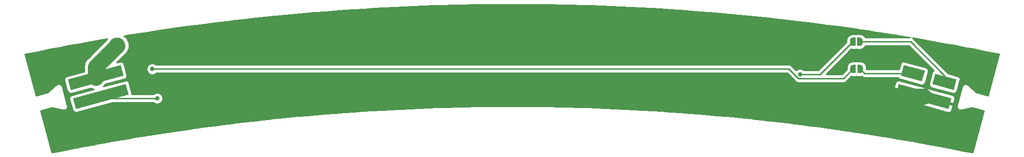
<source format=gbr>
G04 #@! TF.GenerationSoftware,KiCad,Pcbnew,(5.0.1)-4*
G04 #@! TF.CreationDate,2018-11-24T23:15:51-05:00*
G04 #@! TF.ProjectId,strutA,7374727574412E6B696361645F706362,rev?*
G04 #@! TF.SameCoordinates,Original*
G04 #@! TF.FileFunction,Copper,L1,Top,Signal*
G04 #@! TF.FilePolarity,Positive*
%FSLAX46Y46*%
G04 Gerber Fmt 4.6, Leading zero omitted, Abs format (unit mm)*
G04 Created by KiCad (PCBNEW (5.0.1)-4) date 2018-11-24 11:15:51 PM*
%MOMM*%
%LPD*%
G01*
G04 APERTURE LIST*
G04 #@! TA.AperFunction,SMDPad,CuDef*
%ADD10C,2.000000*%
G04 #@! TD*
G04 #@! TA.AperFunction,Conductor*
%ADD11C,0.100000*%
G04 #@! TD*
G04 #@! TA.AperFunction,SMDPad,CuDef*
%ADD12C,0.500000*%
G04 #@! TD*
G04 #@! TA.AperFunction,ViaPad*
%ADD13C,0.800000*%
G04 #@! TD*
G04 #@! TA.AperFunction,ViaPad*
%ADD14C,3.000000*%
G04 #@! TD*
G04 #@! TA.AperFunction,Conductor*
%ADD15C,0.250000*%
G04 #@! TD*
G04 #@! TA.AperFunction,Conductor*
%ADD16C,3.000000*%
G04 #@! TD*
G04 #@! TA.AperFunction,Conductor*
%ADD17C,0.254000*%
G04 #@! TD*
G04 APERTURE END LIST*
D10*
G04 #@! TO.P,J1,2*
G04 #@! TO.N,/Clock*
X134695794Y-151046456D03*
D11*
G04 #@! TD*
G04 #@! TO.N,/Clock*
G04 #@! TO.C,J1*
G36*
X139783186Y-150702302D02*
X130132107Y-153320825D01*
X129608402Y-151390610D01*
X139259481Y-148772087D01*
X139783186Y-150702302D01*
X139783186Y-150702302D01*
G37*
D10*
G04 #@! TO.P,J1,1*
G04 #@! TO.N,+5V*
X133753126Y-147572067D03*
D11*
G04 #@! TD*
G04 #@! TO.N,+5V*
G04 #@! TO.C,J1*
G36*
X138840518Y-147227913D02*
X129189439Y-149846436D01*
X128665734Y-147916221D01*
X138316813Y-145297698D01*
X138840518Y-147227913D01*
X138840518Y-147227913D01*
G37*
D10*
G04 #@! TO.P,J2,4*
G04 #@! TO.N,/Data_Out*
X289142198Y-148357624D03*
D11*
G04 #@! TD*
G04 #@! TO.N,/Data_Out*
G04 #@! TO.C,J2*
G36*
X287473834Y-146868811D02*
X291334266Y-147916221D01*
X290810562Y-149846437D01*
X286950130Y-148799027D01*
X287473834Y-146868811D01*
X287473834Y-146868811D01*
G37*
D10*
G04 #@! TO.P,J2,3*
G04 #@! TO.N,/Data_In*
X283351550Y-146786510D03*
D11*
G04 #@! TD*
G04 #@! TO.N,/Data_In*
G04 #@! TO.C,J2*
G36*
X281683186Y-145297697D02*
X285543618Y-146345107D01*
X285019914Y-148275323D01*
X281159482Y-147227913D01*
X281683186Y-145297697D01*
X281683186Y-145297697D01*
G37*
D10*
G04 #@! TO.P,J2,5*
G04 #@! TO.N,GND*
X285304206Y-151046456D03*
D11*
G04 #@! TD*
G04 #@! TO.N,GND*
G04 #@! TO.C,J2*
G36*
X280740519Y-148772087D02*
X290391598Y-151390610D01*
X289867893Y-153320825D01*
X280216814Y-150702302D01*
X280740519Y-148772087D01*
X280740519Y-148772087D01*
G37*
D12*
G04 #@! TO.P,JP1,2*
G04 #@! TO.N,/Data_Out*
X273650000Y-141000000D03*
D11*
G04 #@! TD*
G04 #@! TO.N,/Data_Out*
G04 #@! TO.C,JP1*
G36*
X273650000Y-140250602D02*
X273674534Y-140250602D01*
X273723365Y-140255412D01*
X273771490Y-140264984D01*
X273818445Y-140279228D01*
X273863778Y-140298005D01*
X273907051Y-140321136D01*
X273947850Y-140348396D01*
X273985779Y-140379524D01*
X274020476Y-140414221D01*
X274051604Y-140452150D01*
X274078864Y-140492949D01*
X274101995Y-140536222D01*
X274120772Y-140581555D01*
X274135016Y-140628510D01*
X274144588Y-140676635D01*
X274149398Y-140725466D01*
X274149398Y-140750000D01*
X274150000Y-140750000D01*
X274150000Y-141250000D01*
X274149398Y-141250000D01*
X274149398Y-141274534D01*
X274144588Y-141323365D01*
X274135016Y-141371490D01*
X274120772Y-141418445D01*
X274101995Y-141463778D01*
X274078864Y-141507051D01*
X274051604Y-141547850D01*
X274020476Y-141585779D01*
X273985779Y-141620476D01*
X273947850Y-141651604D01*
X273907051Y-141678864D01*
X273863778Y-141701995D01*
X273818445Y-141720772D01*
X273771490Y-141735016D01*
X273723365Y-141744588D01*
X273674534Y-141749398D01*
X273650000Y-141749398D01*
X273650000Y-141750000D01*
X273150000Y-141750000D01*
X273150000Y-140250000D01*
X273650000Y-140250000D01*
X273650000Y-140250602D01*
X273650000Y-140250602D01*
G37*
D12*
G04 #@! TO.P,JP1,1*
G04 #@! TO.N,Net-(J1-Pad3)*
X272350000Y-141000000D03*
D11*
G04 #@! TD*
G04 #@! TO.N,Net-(J1-Pad3)*
G04 #@! TO.C,JP1*
G36*
X272850000Y-141750000D02*
X272350000Y-141750000D01*
X272350000Y-141749398D01*
X272325466Y-141749398D01*
X272276635Y-141744588D01*
X272228510Y-141735016D01*
X272181555Y-141720772D01*
X272136222Y-141701995D01*
X272092949Y-141678864D01*
X272052150Y-141651604D01*
X272014221Y-141620476D01*
X271979524Y-141585779D01*
X271948396Y-141547850D01*
X271921136Y-141507051D01*
X271898005Y-141463778D01*
X271879228Y-141418445D01*
X271864984Y-141371490D01*
X271855412Y-141323365D01*
X271850602Y-141274534D01*
X271850602Y-141250000D01*
X271850000Y-141250000D01*
X271850000Y-140750000D01*
X271850602Y-140750000D01*
X271850602Y-140725466D01*
X271855412Y-140676635D01*
X271864984Y-140628510D01*
X271879228Y-140581555D01*
X271898005Y-140536222D01*
X271921136Y-140492949D01*
X271948396Y-140452150D01*
X271979524Y-140414221D01*
X272014221Y-140379524D01*
X272052150Y-140348396D01*
X272092949Y-140321136D01*
X272136222Y-140298005D01*
X272181555Y-140279228D01*
X272228510Y-140264984D01*
X272276635Y-140255412D01*
X272325466Y-140250602D01*
X272350000Y-140250602D01*
X272350000Y-140250000D01*
X272850000Y-140250000D01*
X272850000Y-141750000D01*
X272850000Y-141750000D01*
G37*
D12*
G04 #@! TO.P,JP2,2*
G04 #@! TO.N,/Data_In*
X273700000Y-146000000D03*
D11*
G04 #@! TD*
G04 #@! TO.N,/Data_In*
G04 #@! TO.C,JP2*
G36*
X273700000Y-145250602D02*
X273724534Y-145250602D01*
X273773365Y-145255412D01*
X273821490Y-145264984D01*
X273868445Y-145279228D01*
X273913778Y-145298005D01*
X273957051Y-145321136D01*
X273997850Y-145348396D01*
X274035779Y-145379524D01*
X274070476Y-145414221D01*
X274101604Y-145452150D01*
X274128864Y-145492949D01*
X274151995Y-145536222D01*
X274170772Y-145581555D01*
X274185016Y-145628510D01*
X274194588Y-145676635D01*
X274199398Y-145725466D01*
X274199398Y-145750000D01*
X274200000Y-145750000D01*
X274200000Y-146250000D01*
X274199398Y-146250000D01*
X274199398Y-146274534D01*
X274194588Y-146323365D01*
X274185016Y-146371490D01*
X274170772Y-146418445D01*
X274151995Y-146463778D01*
X274128864Y-146507051D01*
X274101604Y-146547850D01*
X274070476Y-146585779D01*
X274035779Y-146620476D01*
X273997850Y-146651604D01*
X273957051Y-146678864D01*
X273913778Y-146701995D01*
X273868445Y-146720772D01*
X273821490Y-146735016D01*
X273773365Y-146744588D01*
X273724534Y-146749398D01*
X273700000Y-146749398D01*
X273700000Y-146750000D01*
X273200000Y-146750000D01*
X273200000Y-145250000D01*
X273700000Y-145250000D01*
X273700000Y-145250602D01*
X273700000Y-145250602D01*
G37*
D12*
G04 #@! TO.P,JP2,1*
G04 #@! TO.N,Net-(J1-Pad4)*
X272400000Y-146000000D03*
D11*
G04 #@! TD*
G04 #@! TO.N,Net-(J1-Pad4)*
G04 #@! TO.C,JP2*
G36*
X272900000Y-146750000D02*
X272400000Y-146750000D01*
X272400000Y-146749398D01*
X272375466Y-146749398D01*
X272326635Y-146744588D01*
X272278510Y-146735016D01*
X272231555Y-146720772D01*
X272186222Y-146701995D01*
X272142949Y-146678864D01*
X272102150Y-146651604D01*
X272064221Y-146620476D01*
X272029524Y-146585779D01*
X271998396Y-146547850D01*
X271971136Y-146507051D01*
X271948005Y-146463778D01*
X271929228Y-146418445D01*
X271914984Y-146371490D01*
X271905412Y-146323365D01*
X271900602Y-146274534D01*
X271900602Y-146250000D01*
X271900000Y-146250000D01*
X271900000Y-145750000D01*
X271900602Y-145750000D01*
X271900602Y-145725466D01*
X271905412Y-145676635D01*
X271914984Y-145628510D01*
X271929228Y-145581555D01*
X271948005Y-145536222D01*
X271971136Y-145492949D01*
X271998396Y-145452150D01*
X272029524Y-145414221D01*
X272064221Y-145379524D01*
X272102150Y-145348396D01*
X272142949Y-145321136D01*
X272186222Y-145298005D01*
X272231555Y-145279228D01*
X272278510Y-145264984D01*
X272326635Y-145255412D01*
X272375466Y-145250602D01*
X272400000Y-145250602D01*
X272400000Y-145250000D01*
X272900000Y-145250000D01*
X272900000Y-146750000D01*
X272900000Y-146750000D01*
G37*
D13*
G04 #@! TO.N,Net-(J1-Pad4)*
X144100000Y-146000000D03*
G04 #@! TO.N,Net-(J1-Pad3)*
X262700000Y-147000000D03*
D14*
G04 #@! TO.N,GND*
X149400000Y-149221456D03*
D13*
G04 #@! TO.N,/Clock*
X145000000Y-151400000D03*
D14*
G04 #@! TO.N,+5V*
X137700000Y-141700000D03*
G04 #@! TD*
D15*
G04 #@! TO.N,Net-(J1-Pad4)*
X260626998Y-146000000D02*
X144100000Y-146000000D01*
X262351999Y-147725001D02*
X260626998Y-146000000D01*
X272400000Y-146000000D02*
X270674999Y-147725001D01*
X270674999Y-147725001D02*
X262351999Y-147725001D01*
G04 #@! TO.N,Net-(J1-Pad3)*
X266350000Y-147000000D02*
X272350000Y-141000000D01*
X262700000Y-147000000D02*
X266350000Y-147000000D01*
D16*
G04 #@! TO.N,GND*
X285304206Y-151046456D02*
X151225000Y-151046456D01*
X151225000Y-151046456D02*
X149400000Y-149221456D01*
D15*
G04 #@! TO.N,/Clock*
X135049338Y-151400000D02*
X134695794Y-151046456D01*
X145000000Y-151400000D02*
X135049338Y-151400000D01*
D16*
G04 #@! TO.N,+5V*
X133753126Y-147572067D02*
X133753126Y-145646874D01*
X133753126Y-145646874D02*
X137700000Y-141700000D01*
D15*
G04 #@! TO.N,/Data_In*
X274486510Y-146786510D02*
X273700000Y-146000000D01*
X283351550Y-146786510D02*
X274486510Y-146786510D01*
G04 #@! TO.N,/Data_Out*
X274250000Y-141000000D02*
X273650000Y-141000000D01*
X289142198Y-147221471D02*
X282920727Y-141000000D01*
X282920727Y-141000000D02*
X274250000Y-141000000D01*
X289142198Y-148357624D02*
X289142198Y-147221471D01*
G04 #@! TD*
D17*
G04 #@! TO.N,GND*
G36*
X213559571Y-134189265D02*
X213561352Y-134189630D01*
X213624488Y-134189979D01*
X213687746Y-134190674D01*
X213689537Y-134190338D01*
X215432713Y-134199970D01*
X217174067Y-134228832D01*
X217174069Y-134228832D01*
X219047243Y-134259879D01*
X220863534Y-134299797D01*
X222669922Y-134349697D01*
X224413166Y-134407484D01*
X224413167Y-134407484D01*
X226286432Y-134469581D01*
X228092678Y-134539437D01*
X229899035Y-134619275D01*
X231642299Y-134705957D01*
X231642301Y-134705957D01*
X233515305Y-134799089D01*
X235321706Y-134898890D01*
X237065080Y-135004841D01*
X237065081Y-135004841D01*
X238936329Y-135118563D01*
X240742824Y-135248311D01*
X242540749Y-135378161D01*
X244413911Y-135523047D01*
X244413912Y-135523047D01*
X246157256Y-135657891D01*
X247953570Y-135807585D01*
X249759907Y-135967261D01*
X251556469Y-136136937D01*
X253365612Y-136316852D01*
X255162441Y-136496535D01*
X256959060Y-136686178D01*
X258821720Y-136893141D01*
X258821722Y-136893141D01*
X260555233Y-137085754D01*
X262351826Y-137295356D01*
X264148176Y-137514911D01*
X266010825Y-137752916D01*
X266010826Y-137752916D01*
X267744643Y-137974459D01*
X269540721Y-138213936D01*
X271326808Y-138463389D01*
X273051064Y-138713840D01*
X273051311Y-138713927D01*
X273114990Y-138723125D01*
X273179457Y-138732489D01*
X273179722Y-138732475D01*
X274911838Y-138982670D01*
X276635574Y-139252305D01*
X276637285Y-139252922D01*
X276699795Y-139262351D01*
X276762222Y-139272116D01*
X276764038Y-139272041D01*
X278487987Y-139532078D01*
X280210283Y-139811109D01*
X282062753Y-140111230D01*
X282831079Y-140240000D01*
X274674933Y-140240000D01*
X274629287Y-140154603D01*
X274574831Y-140073104D01*
X274494314Y-139974994D01*
X274425006Y-139905686D01*
X274326896Y-139825169D01*
X274245397Y-139770713D01*
X274133460Y-139710881D01*
X274042904Y-139673372D01*
X273921451Y-139636530D01*
X273825318Y-139617408D01*
X273699009Y-139604968D01*
X273662106Y-139604968D01*
X273650000Y-139602560D01*
X273150000Y-139602560D01*
X273000000Y-139632397D01*
X272850000Y-139602560D01*
X272350000Y-139602560D01*
X272337894Y-139604968D01*
X272300991Y-139604968D01*
X272174682Y-139617408D01*
X272078549Y-139636530D01*
X271957096Y-139673372D01*
X271866540Y-139710881D01*
X271754603Y-139770713D01*
X271673104Y-139825169D01*
X271574994Y-139905686D01*
X271505686Y-139974994D01*
X271425169Y-140073104D01*
X271370713Y-140154603D01*
X271310881Y-140266540D01*
X271273372Y-140357096D01*
X271236530Y-140478549D01*
X271217408Y-140574682D01*
X271204968Y-140700991D01*
X271204968Y-140737894D01*
X271202560Y-140750000D01*
X271202560Y-141072637D01*
X266035199Y-146240000D01*
X263403711Y-146240000D01*
X263286280Y-146122569D01*
X262905874Y-145965000D01*
X262494126Y-145965000D01*
X262113720Y-146122569D01*
X261969044Y-146267245D01*
X261217329Y-145515530D01*
X261174927Y-145452071D01*
X260923535Y-145284096D01*
X260701850Y-145240000D01*
X260701845Y-145240000D01*
X260626998Y-145225112D01*
X260552151Y-145240000D01*
X144803711Y-145240000D01*
X144686280Y-145122569D01*
X144305874Y-144965000D01*
X143894126Y-144965000D01*
X143513720Y-145122569D01*
X143222569Y-145413720D01*
X143065000Y-145794126D01*
X143065000Y-146205874D01*
X143222569Y-146586280D01*
X143513720Y-146877431D01*
X143894126Y-147035000D01*
X144305874Y-147035000D01*
X144686280Y-146877431D01*
X144803711Y-146760000D01*
X260312197Y-146760000D01*
X261761670Y-148209474D01*
X261804070Y-148272930D01*
X261867526Y-148315330D01*
X262055461Y-148440905D01*
X262103604Y-148450481D01*
X262277147Y-148485001D01*
X262277151Y-148485001D01*
X262351999Y-148499889D01*
X262426847Y-148485001D01*
X270600152Y-148485001D01*
X270674999Y-148499889D01*
X270749846Y-148485001D01*
X270749851Y-148485001D01*
X270971536Y-148440905D01*
X271222928Y-148272930D01*
X271265330Y-148209471D01*
X272115339Y-147359463D01*
X272128549Y-147363470D01*
X272224682Y-147382592D01*
X272350991Y-147395032D01*
X272387894Y-147395032D01*
X272400000Y-147397440D01*
X272900000Y-147397440D01*
X273050000Y-147367603D01*
X273200000Y-147397440D01*
X273700000Y-147397440D01*
X273712106Y-147395032D01*
X273749009Y-147395032D01*
X273875318Y-147382592D01*
X273971451Y-147363470D01*
X273978726Y-147361263D01*
X274189973Y-147502414D01*
X274411658Y-147546510D01*
X274411662Y-147546510D01*
X274486509Y-147561398D01*
X274561356Y-147546510D01*
X280596639Y-147546510D01*
X280597768Y-147549870D01*
X280763734Y-147740321D01*
X280989948Y-147852762D01*
X284850380Y-148900172D01*
X285102405Y-148917486D01*
X285341871Y-148837037D01*
X285532322Y-148671071D01*
X285644764Y-148444856D01*
X286168468Y-146514640D01*
X286185781Y-146262616D01*
X286105332Y-146023150D01*
X285939366Y-145832699D01*
X285713152Y-145720258D01*
X281852720Y-144672848D01*
X281600695Y-144655534D01*
X281361229Y-144735983D01*
X281170778Y-144901949D01*
X281058336Y-145128164D01*
X280814598Y-146026510D01*
X274847440Y-146026510D01*
X274847440Y-145750000D01*
X274845032Y-145737894D01*
X274845032Y-145700991D01*
X274832592Y-145574682D01*
X274813470Y-145478549D01*
X274776628Y-145357096D01*
X274739119Y-145266540D01*
X274679287Y-145154603D01*
X274624831Y-145073104D01*
X274544314Y-144974994D01*
X274475006Y-144905686D01*
X274376896Y-144825169D01*
X274295397Y-144770713D01*
X274183460Y-144710881D01*
X274092904Y-144673372D01*
X273971451Y-144636530D01*
X273875318Y-144617408D01*
X273749009Y-144604968D01*
X273712106Y-144604968D01*
X273700000Y-144602560D01*
X273200000Y-144602560D01*
X273050000Y-144632397D01*
X272900000Y-144602560D01*
X272400000Y-144602560D01*
X272387894Y-144604968D01*
X272350991Y-144604968D01*
X272224682Y-144617408D01*
X272128549Y-144636530D01*
X272007096Y-144673372D01*
X271916540Y-144710881D01*
X271804603Y-144770713D01*
X271723104Y-144825169D01*
X271624994Y-144905686D01*
X271555686Y-144974994D01*
X271475169Y-145073104D01*
X271420713Y-145154603D01*
X271360881Y-145266540D01*
X271323372Y-145357096D01*
X271286530Y-145478549D01*
X271267408Y-145574682D01*
X271254968Y-145700991D01*
X271254968Y-145737894D01*
X271252560Y-145750000D01*
X271252560Y-146072638D01*
X270360198Y-146965001D01*
X267459800Y-146965001D01*
X272065340Y-142359463D01*
X272078549Y-142363470D01*
X272174682Y-142382592D01*
X272300991Y-142395032D01*
X272337894Y-142395032D01*
X272350000Y-142397440D01*
X272850000Y-142397440D01*
X273000000Y-142367603D01*
X273150000Y-142397440D01*
X273650000Y-142397440D01*
X273662106Y-142395032D01*
X273699009Y-142395032D01*
X273825318Y-142382592D01*
X273921451Y-142363470D01*
X274042904Y-142326628D01*
X274133460Y-142289119D01*
X274245397Y-142229287D01*
X274326896Y-142174831D01*
X274425006Y-142094314D01*
X274494314Y-142025006D01*
X274574831Y-141926896D01*
X274629287Y-141845397D01*
X274674933Y-141760000D01*
X282605926Y-141760000D01*
X287152734Y-146306809D01*
X287151877Y-146307097D01*
X286961426Y-146473063D01*
X286848984Y-146699278D01*
X286325280Y-148629494D01*
X286307967Y-148881518D01*
X286388416Y-149120984D01*
X286554382Y-149311435D01*
X286780596Y-149423876D01*
X290641028Y-150471286D01*
X290893053Y-150488600D01*
X291132519Y-150408151D01*
X291322970Y-150242185D01*
X291435412Y-150015970D01*
X291959116Y-148085754D01*
X291976429Y-147833730D01*
X291895980Y-147594264D01*
X291730014Y-147403813D01*
X291503800Y-147291372D01*
X289792753Y-146827132D01*
X289732527Y-146736998D01*
X289690127Y-146673542D01*
X289626671Y-146631142D01*
X283511058Y-140515530D01*
X283468656Y-140452071D01*
X283258472Y-140311630D01*
X283848856Y-140410578D01*
X285625268Y-140719952D01*
X287413736Y-141039678D01*
X289191440Y-141359266D01*
X290968098Y-141688647D01*
X292810019Y-142040475D01*
X292810022Y-142040475D01*
X294524443Y-142367949D01*
X296301012Y-142717275D01*
X298077101Y-143076484D01*
X299159671Y-143302784D01*
X297106074Y-150869569D01*
X294992303Y-150293750D01*
X293469505Y-148944205D01*
X293411117Y-148877256D01*
X293313616Y-148828840D01*
X293219620Y-148773918D01*
X293196684Y-148770777D01*
X293175950Y-148760481D01*
X293067336Y-148753062D01*
X292959485Y-148738292D01*
X292937095Y-148744167D01*
X292913996Y-148742589D01*
X292810808Y-148777301D01*
X292705517Y-148804927D01*
X292687078Y-148818924D01*
X292665136Y-148826305D01*
X292583093Y-148897858D01*
X292496381Y-148963679D01*
X292484702Y-148983667D01*
X292467255Y-148998883D01*
X292418834Y-149096396D01*
X292363918Y-149190380D01*
X292351866Y-149278384D01*
X291433863Y-152667181D01*
X291399750Y-152749989D01*
X291399958Y-152858116D01*
X291392589Y-152966003D01*
X291400208Y-152988652D01*
X291400254Y-153012551D01*
X291441830Y-153112380D01*
X291476305Y-153214863D01*
X291492012Y-153232872D01*
X291501200Y-153254935D01*
X291577811Y-153331251D01*
X291648883Y-153412744D01*
X291670288Y-153423373D01*
X291687218Y-153440238D01*
X291787196Y-153481425D01*
X291884050Y-153529519D01*
X291907894Y-153531148D01*
X291929989Y-153540250D01*
X292038120Y-153540042D01*
X292146003Y-153547411D01*
X292230895Y-153518853D01*
X294228150Y-153117579D01*
X296339780Y-153685535D01*
X294265159Y-161329787D01*
X293263121Y-161125779D01*
X293260996Y-161124905D01*
X293199359Y-161112798D01*
X293137973Y-161100300D01*
X293135682Y-161100290D01*
X291517474Y-160782428D01*
X289909468Y-160464677D01*
X289907349Y-160463820D01*
X289845794Y-160452095D01*
X289784175Y-160439919D01*
X289781884Y-160439922D01*
X288225466Y-160143461D01*
X288223687Y-160142753D01*
X288161660Y-160131308D01*
X288099639Y-160119494D01*
X288097723Y-160119510D01*
X286479655Y-159820937D01*
X284872133Y-159522535D01*
X284870013Y-159521705D01*
X284808201Y-159510667D01*
X284746545Y-159499222D01*
X284744271Y-159499251D01*
X283187790Y-159221308D01*
X283185689Y-159220502D01*
X283123913Y-159209901D01*
X283062031Y-159198851D01*
X283059775Y-159198895D01*
X281431826Y-158919543D01*
X279814425Y-158640349D01*
X279812622Y-158639667D01*
X279750374Y-158629292D01*
X279688212Y-158618562D01*
X279686286Y-158618611D01*
X278130411Y-158359298D01*
X278128312Y-158358521D01*
X278066362Y-158348624D01*
X278004384Y-158338294D01*
X278002144Y-158338364D01*
X276374753Y-158078367D01*
X274756703Y-157818323D01*
X274754604Y-157817559D01*
X274692497Y-157808004D01*
X274630548Y-157798048D01*
X274628319Y-157798131D01*
X273062699Y-157557266D01*
X273060885Y-157556618D01*
X272998498Y-157547389D01*
X272936110Y-157537791D01*
X272934184Y-157537875D01*
X271369245Y-157306375D01*
X271367687Y-157305827D01*
X271305057Y-157296880D01*
X271242278Y-157287593D01*
X271240623Y-157287675D01*
X269687414Y-157065788D01*
X269687153Y-157065696D01*
X269622911Y-157056573D01*
X269558988Y-157047441D01*
X269558713Y-157047456D01*
X267994980Y-156825387D01*
X267992903Y-156824674D01*
X267930626Y-156816248D01*
X267868439Y-156807417D01*
X267866248Y-156807538D01*
X266228392Y-156585946D01*
X264599571Y-156364272D01*
X264595892Y-156363053D01*
X264535196Y-156355511D01*
X264474592Y-156347263D01*
X264470724Y-156347500D01*
X262843244Y-156145269D01*
X261215584Y-155933384D01*
X261211672Y-155932116D01*
X261151120Y-155924992D01*
X261090739Y-155917132D01*
X261086642Y-155917407D01*
X259446561Y-155724456D01*
X257819969Y-155531960D01*
X257817909Y-155531305D01*
X257755471Y-155524327D01*
X257693012Y-155516935D01*
X257690855Y-155517105D01*
X256116188Y-155341112D01*
X256114538Y-155340597D01*
X256051657Y-155333900D01*
X255988707Y-155326864D01*
X255986982Y-155327011D01*
X254424330Y-155160575D01*
X254424135Y-155160514D01*
X254360256Y-155153750D01*
X254295263Y-155146828D01*
X254295056Y-155146847D01*
X252720280Y-154980106D01*
X252716561Y-154978995D01*
X252655629Y-154973260D01*
X252594852Y-154966825D01*
X252590992Y-154967177D01*
X250953683Y-154813077D01*
X249316489Y-154649358D01*
X249312761Y-154648268D01*
X249251824Y-154642891D01*
X249190992Y-154636808D01*
X249187128Y-154637183D01*
X247483259Y-154486841D01*
X247483257Y-154486841D01*
X245910823Y-154348097D01*
X245908953Y-154347562D01*
X245846112Y-154342387D01*
X245783259Y-154336841D01*
X245781324Y-154337051D01*
X244208954Y-154207562D01*
X244208953Y-154207562D01*
X242507012Y-154067402D01*
X242505137Y-154066878D01*
X242442242Y-154062068D01*
X242379386Y-154056892D01*
X242377452Y-154057114D01*
X240803190Y-153936729D01*
X240801314Y-153936216D01*
X240738531Y-153931784D01*
X240675510Y-153926965D01*
X240673571Y-153927199D01*
X239099243Y-153816070D01*
X239097237Y-153815535D01*
X239034415Y-153811494D01*
X238971631Y-153807062D01*
X238969572Y-153807323D01*
X237322834Y-153701392D01*
X235685535Y-153595449D01*
X235683647Y-153594957D01*
X235620698Y-153591254D01*
X235557750Y-153587181D01*
X235555815Y-153587437D01*
X233981594Y-153494835D01*
X233979602Y-153494329D01*
X233916736Y-153491020D01*
X233853866Y-153487322D01*
X233851829Y-153487604D01*
X232203852Y-153400868D01*
X230567762Y-153314252D01*
X230565775Y-153313759D01*
X230502817Y-153310814D01*
X230439981Y-153307487D01*
X230437958Y-153307779D01*
X228853911Y-153233672D01*
X228852101Y-153233234D01*
X228789043Y-153230637D01*
X228725912Y-153227684D01*
X228724068Y-153227962D01*
X227152018Y-153163230D01*
X227151943Y-153163212D01*
X227089040Y-153160637D01*
X227022206Y-153157885D01*
X227022125Y-153157898D01*
X225440067Y-153093135D01*
X225438241Y-153092704D01*
X225375160Y-153090478D01*
X225312047Y-153087894D01*
X225310192Y-153088185D01*
X223736228Y-153032633D01*
X223734265Y-153032182D01*
X223671305Y-153030341D01*
X223608318Y-153028118D01*
X223606329Y-153028441D01*
X222022368Y-152982127D01*
X222020510Y-152981712D01*
X221957312Y-152980225D01*
X221894315Y-152978383D01*
X221892444Y-152978699D01*
X220320464Y-152941711D01*
X220320419Y-152941701D01*
X220255432Y-152940181D01*
X220190541Y-152938654D01*
X220190496Y-152938662D01*
X218608509Y-152901657D01*
X218606638Y-152901250D01*
X218543491Y-152900136D01*
X218480450Y-152898661D01*
X218478567Y-152898990D01*
X216906603Y-152871249D01*
X216906570Y-152871242D01*
X216842201Y-152870113D01*
X216776653Y-152868956D01*
X216776619Y-152868962D01*
X215192676Y-152841174D01*
X215188861Y-152840392D01*
X215127714Y-152840034D01*
X215066585Y-152838962D01*
X215062753Y-152839655D01*
X213430920Y-152830112D01*
X211778874Y-152820395D01*
X211778861Y-152820392D01*
X211704551Y-152819957D01*
X211648881Y-152819630D01*
X211648871Y-152819632D01*
X210064966Y-152810369D01*
X210061142Y-152809632D01*
X210000000Y-152809990D01*
X209938858Y-152809632D01*
X209935034Y-152810369D01*
X208351129Y-152819632D01*
X208351119Y-152819630D01*
X208295444Y-152819957D01*
X208221139Y-152820392D01*
X208221126Y-152820395D01*
X206568912Y-152830113D01*
X204937247Y-152839655D01*
X204933415Y-152838962D01*
X204872286Y-152840034D01*
X204811139Y-152840392D01*
X204807324Y-152841174D01*
X203223381Y-152868962D01*
X203223347Y-152868956D01*
X203157799Y-152870113D01*
X203093430Y-152871242D01*
X203093397Y-152871249D01*
X201521434Y-152898990D01*
X201519551Y-152898661D01*
X201456513Y-152900136D01*
X201393362Y-152901250D01*
X201391491Y-152901657D01*
X199809505Y-152938662D01*
X199809460Y-152938654D01*
X199744727Y-152940177D01*
X199679581Y-152941701D01*
X199679536Y-152941711D01*
X198107556Y-152978699D01*
X198105685Y-152978383D01*
X198042688Y-152980225D01*
X197979490Y-152981712D01*
X197977632Y-152982127D01*
X196393738Y-153028439D01*
X196391819Y-153028127D01*
X196328831Y-153030337D01*
X196265735Y-153032182D01*
X196263837Y-153032618D01*
X194679796Y-153088198D01*
X194677794Y-153087885D01*
X194614820Y-153090478D01*
X194551894Y-153092686D01*
X194549924Y-153093150D01*
X192914830Y-153160478D01*
X191265919Y-153227978D01*
X191263906Y-153227675D01*
X191200986Y-153230636D01*
X191138057Y-153233212D01*
X191136079Y-153233690D01*
X189561956Y-153307767D01*
X189560020Y-153307487D01*
X189496989Y-153310824D01*
X189434045Y-153313786D01*
X189432150Y-153314257D01*
X187796148Y-153400868D01*
X186148171Y-153487604D01*
X186146134Y-153487322D01*
X186083256Y-153491021D01*
X186020399Y-153494329D01*
X186018407Y-153494835D01*
X184444312Y-153587430D01*
X184442499Y-153587189D01*
X184379344Y-153591252D01*
X184316353Y-153594957D01*
X184314588Y-153595417D01*
X182732374Y-153697197D01*
X182732250Y-153697181D01*
X182667683Y-153701359D01*
X182602763Y-153705535D01*
X182602642Y-153705567D01*
X181030302Y-153807307D01*
X181028369Y-153807062D01*
X180965538Y-153811497D01*
X180902516Y-153815575D01*
X180900629Y-153816079D01*
X179326423Y-153927199D01*
X179324489Y-153926966D01*
X179261621Y-153931774D01*
X179198686Y-153936216D01*
X179196806Y-153936730D01*
X177622549Y-154057114D01*
X177620614Y-154056892D01*
X177557752Y-154062069D01*
X177494863Y-154066878D01*
X177492988Y-154067402D01*
X175791047Y-154207562D01*
X175791046Y-154207562D01*
X174218676Y-154337051D01*
X174216741Y-154336841D01*
X174153888Y-154342387D01*
X174091047Y-154347562D01*
X174089177Y-154348097D01*
X172516743Y-154486841D01*
X172516741Y-154486841D01*
X170812872Y-154637183D01*
X170809008Y-154636808D01*
X170748176Y-154642891D01*
X170687239Y-154648268D01*
X170683511Y-154649358D01*
X169046334Y-154813075D01*
X167409008Y-154967177D01*
X167405147Y-154966825D01*
X167344362Y-154973261D01*
X167283439Y-154978995D01*
X167279720Y-154980106D01*
X165704944Y-155146847D01*
X165704737Y-155146828D01*
X165639756Y-155153749D01*
X165575865Y-155160514D01*
X165575670Y-155160575D01*
X164013019Y-155327011D01*
X164011292Y-155326864D01*
X163948303Y-155333904D01*
X163885463Y-155340597D01*
X163883814Y-155341112D01*
X162309145Y-155517105D01*
X162306987Y-155516935D01*
X162244512Y-155524328D01*
X162182091Y-155531305D01*
X162180032Y-155531959D01*
X160553596Y-155724437D01*
X158913358Y-155917407D01*
X158909260Y-155917132D01*
X158848871Y-155924993D01*
X158788328Y-155932116D01*
X158784417Y-155933384D01*
X157156775Y-156145266D01*
X155529534Y-156347467D01*
X155525927Y-156347244D01*
X155465047Y-156355481D01*
X155404108Y-156363053D01*
X155400679Y-156364189D01*
X153825668Y-156577279D01*
X153825407Y-156577263D01*
X153761377Y-156585977D01*
X153697096Y-156594674D01*
X153696848Y-156594759D01*
X152133493Y-156807524D01*
X152131560Y-156807417D01*
X152069015Y-156816299D01*
X152006589Y-156824795D01*
X152004763Y-156825424D01*
X150441560Y-157047417D01*
X148749365Y-157287729D01*
X148747150Y-157287621D01*
X148685021Y-157296866D01*
X148622846Y-157305696D01*
X148620754Y-157306430D01*
X147065530Y-157537863D01*
X147063889Y-157537791D01*
X147001153Y-157547443D01*
X146938561Y-157556757D01*
X146937019Y-157557309D01*
X145371985Y-157798084D01*
X145370065Y-157798011D01*
X145307846Y-157807951D01*
X145245396Y-157817559D01*
X145243586Y-157818218D01*
X143679762Y-158068060D01*
X143679451Y-158068048D01*
X143615148Y-158078382D01*
X143551688Y-158088521D01*
X143551400Y-158088628D01*
X141997546Y-158338354D01*
X141995615Y-158338294D01*
X141933341Y-158348673D01*
X141871094Y-158358677D01*
X141869285Y-158359349D01*
X140314043Y-158618556D01*
X140312443Y-158618514D01*
X140249786Y-158629266D01*
X140187379Y-158639667D01*
X140185889Y-158640230D01*
X138622119Y-158908570D01*
X138621787Y-158908562D01*
X138557760Y-158919614D01*
X138494311Y-158930502D01*
X138494004Y-158930620D01*
X136939893Y-159198889D01*
X136937969Y-159198851D01*
X136875837Y-159209946D01*
X136813677Y-159220676D01*
X136811882Y-159221366D01*
X135256080Y-159499189D01*
X135254160Y-159499162D01*
X135192099Y-159510614D01*
X135129988Y-159521705D01*
X135128201Y-159522404D01*
X133573811Y-159809227D01*
X133573454Y-159809222D01*
X133509711Y-159821055D01*
X133446313Y-159832753D01*
X133445983Y-159832884D01*
X131901923Y-160119507D01*
X131900361Y-160119494D01*
X131837921Y-160131387D01*
X131775632Y-160142950D01*
X131774186Y-160143527D01*
X130218117Y-160439922D01*
X130215825Y-160439919D01*
X130154181Y-160452100D01*
X130092652Y-160463820D01*
X130090534Y-160464677D01*
X128482849Y-160782364D01*
X126864318Y-161100290D01*
X126862025Y-161100300D01*
X126800587Y-161112808D01*
X126739004Y-161124905D01*
X126736881Y-161125778D01*
X125734841Y-161329787D01*
X123660219Y-153685535D01*
X125771852Y-153117579D01*
X127769102Y-153518853D01*
X127853996Y-153547411D01*
X127961880Y-153540042D01*
X128070012Y-153540250D01*
X128092108Y-153531147D01*
X128115950Y-153529519D01*
X128212802Y-153481426D01*
X128312782Y-153440238D01*
X128329712Y-153423373D01*
X128351117Y-153412744D01*
X128422189Y-153331251D01*
X128498800Y-153254935D01*
X128507988Y-153232872D01*
X128523695Y-153214863D01*
X128558170Y-153112380D01*
X128599746Y-153012551D01*
X128599792Y-152988652D01*
X128607411Y-152966003D01*
X128600043Y-152858124D01*
X128600251Y-152749988D01*
X128566134Y-152667173D01*
X127648137Y-149278399D01*
X127636083Y-149190380D01*
X127581157Y-149096378D01*
X127532744Y-148998883D01*
X127515299Y-148983669D01*
X127503619Y-148963679D01*
X127416900Y-148897852D01*
X127334863Y-148826305D01*
X127312923Y-148818924D01*
X127294483Y-148804927D01*
X127189180Y-148777298D01*
X127086003Y-148742589D01*
X127062909Y-148744166D01*
X127040516Y-148738291D01*
X126932651Y-148753063D01*
X126824050Y-148760481D01*
X126803318Y-148770776D01*
X126780380Y-148773917D01*
X126686379Y-148828843D01*
X126588883Y-148877256D01*
X126530495Y-148944205D01*
X125007698Y-150293749D01*
X122893926Y-150869570D01*
X120840535Y-143303547D01*
X121932672Y-143076530D01*
X123709483Y-142717175D01*
X125475894Y-142367885D01*
X127189978Y-142040475D01*
X127189980Y-142040475D01*
X129031684Y-141688688D01*
X130818239Y-141359323D01*
X132532802Y-141051087D01*
X134374704Y-140719958D01*
X135930058Y-140450596D01*
X132392143Y-143988512D01*
X132213878Y-144107625D01*
X132094765Y-144285890D01*
X132094764Y-144285891D01*
X131742000Y-144813839D01*
X131704526Y-145002235D01*
X131618126Y-145436595D01*
X131618126Y-145436599D01*
X131576300Y-145646874D01*
X131618126Y-145857149D01*
X131618126Y-146444334D01*
X128496200Y-147291372D01*
X128269986Y-147403813D01*
X128104020Y-147594264D01*
X128023571Y-147833730D01*
X128040885Y-148085755D01*
X128564590Y-150015970D01*
X128677031Y-150242184D01*
X128867482Y-150408150D01*
X129106948Y-150488599D01*
X129358973Y-150471285D01*
X132836953Y-149527642D01*
X132920090Y-149583193D01*
X133426321Y-149683888D01*
X129438868Y-150765761D01*
X129212654Y-150878202D01*
X129046688Y-151068653D01*
X128966239Y-151308119D01*
X128983553Y-151560144D01*
X129507258Y-153490359D01*
X129619699Y-153716573D01*
X129810150Y-153882539D01*
X130049616Y-153962988D01*
X130301641Y-153945674D01*
X136883092Y-152160000D01*
X144296289Y-152160000D01*
X144413720Y-152277431D01*
X144794126Y-152435000D01*
X145205874Y-152435000D01*
X145586280Y-152277431D01*
X145877431Y-151986280D01*
X146035000Y-151605874D01*
X146035000Y-151194126D01*
X145877431Y-150813720D01*
X145721639Y-150657928D01*
X279570896Y-150657928D01*
X279603082Y-150908488D01*
X279728703Y-151127658D01*
X279928635Y-151282071D01*
X280172440Y-151348220D01*
X284600298Y-152549583D01*
X284679037Y-152504452D01*
X285040215Y-152504452D01*
X285151857Y-152699232D01*
X289579715Y-153900595D01*
X289823520Y-153966744D01*
X290074080Y-153934557D01*
X290293249Y-153808935D01*
X290447663Y-153609004D01*
X290667765Y-152797773D01*
X290556123Y-152602993D01*
X285393519Y-151202280D01*
X285040215Y-152504452D01*
X284679037Y-152504452D01*
X284795078Y-152437941D01*
X285148382Y-151135769D01*
X284490021Y-150957143D01*
X285460030Y-150957143D01*
X290622634Y-152357856D01*
X290817414Y-152246214D01*
X291037516Y-151434984D01*
X291005330Y-151184424D01*
X290879709Y-150965254D01*
X290679777Y-150810841D01*
X290435972Y-150744692D01*
X286008114Y-149543329D01*
X285813334Y-149654971D01*
X285460030Y-150957143D01*
X284490021Y-150957143D01*
X279985778Y-149735056D01*
X279790998Y-149846698D01*
X279570896Y-150657928D01*
X145721639Y-150657928D01*
X145586280Y-150522569D01*
X145205874Y-150365000D01*
X144794126Y-150365000D01*
X144413720Y-150522569D01*
X144296289Y-150640000D01*
X140415402Y-150640000D01*
X140408035Y-150532768D01*
X140072243Y-149295139D01*
X279940647Y-149295139D01*
X280052289Y-149489919D01*
X285214893Y-150890632D01*
X285568197Y-149588460D01*
X285456555Y-149393680D01*
X281028697Y-148192317D01*
X280784892Y-148126168D01*
X280534332Y-148158355D01*
X280315163Y-148283977D01*
X280160749Y-148483908D01*
X279940647Y-149295139D01*
X140072243Y-149295139D01*
X139884330Y-148602553D01*
X139771889Y-148376339D01*
X139581438Y-148210373D01*
X139341972Y-148129924D01*
X139089947Y-148147238D01*
X135125373Y-149222903D01*
X135292375Y-149111316D01*
X135496309Y-148806108D01*
X139010052Y-147852762D01*
X139236266Y-147740321D01*
X139402232Y-147549870D01*
X139482681Y-147310404D01*
X139465367Y-147058379D01*
X138941662Y-145128164D01*
X138829221Y-144901950D01*
X138638770Y-144735984D01*
X138399304Y-144655535D01*
X138147279Y-144672849D01*
X137597268Y-144822078D01*
X139509966Y-142909380D01*
X139592013Y-142711301D01*
X139711126Y-142533036D01*
X139752953Y-142322758D01*
X139835000Y-142124678D01*
X139835000Y-141910275D01*
X139876826Y-141700000D01*
X139835000Y-141489725D01*
X139835000Y-141275322D01*
X139752952Y-141077241D01*
X139711126Y-140866965D01*
X139592014Y-140688701D01*
X139509966Y-140490620D01*
X139358362Y-140339016D01*
X139239249Y-140160751D01*
X139060984Y-140041638D01*
X138964794Y-139945448D01*
X139726060Y-139821422D01*
X141513458Y-139531844D01*
X143310028Y-139252377D01*
X145096714Y-138982877D01*
X146949198Y-138713802D01*
X146949200Y-138713801D01*
X148672837Y-138463441D01*
X150468977Y-138213977D01*
X152265695Y-137974415D01*
X154052573Y-137744815D01*
X155851844Y-137514908D01*
X157648195Y-137295354D01*
X159444786Y-137085751D01*
X161178278Y-136893141D01*
X161178279Y-136893141D01*
X163040958Y-136686176D01*
X164837288Y-136496564D01*
X166580810Y-136323174D01*
X166580992Y-136323192D01*
X166645882Y-136316703D01*
X166709996Y-136310327D01*
X166710169Y-136310274D01*
X168443690Y-136136922D01*
X170250016Y-135967267D01*
X172046483Y-135807581D01*
X173852768Y-135657889D01*
X175651329Y-135518001D01*
X177459127Y-135378171D01*
X179332117Y-135243647D01*
X179332119Y-135243647D01*
X181073720Y-135118560D01*
X182872034Y-135008662D01*
X184678294Y-134898890D01*
X186484695Y-134799089D01*
X188357699Y-134705957D01*
X188357701Y-134705957D01*
X190100965Y-134619275D01*
X191907354Y-134539435D01*
X193723641Y-134469579D01*
X195596833Y-134407484D01*
X195596834Y-134407484D01*
X197340083Y-134349697D01*
X199146353Y-134299800D01*
X200952741Y-134259879D01*
X202766744Y-134229813D01*
X204577264Y-134199970D01*
X206320486Y-134190338D01*
X206322294Y-134190677D01*
X206385445Y-134189979D01*
X206448648Y-134189630D01*
X206450451Y-134189261D01*
X208193599Y-134170000D01*
X211806453Y-134170000D01*
X213559571Y-134189265D01*
X213559571Y-134189265D01*
G37*
X213559571Y-134189265D02*
X213561352Y-134189630D01*
X213624488Y-134189979D01*
X213687746Y-134190674D01*
X213689537Y-134190338D01*
X215432713Y-134199970D01*
X217174067Y-134228832D01*
X217174069Y-134228832D01*
X219047243Y-134259879D01*
X220863534Y-134299797D01*
X222669922Y-134349697D01*
X224413166Y-134407484D01*
X224413167Y-134407484D01*
X226286432Y-134469581D01*
X228092678Y-134539437D01*
X229899035Y-134619275D01*
X231642299Y-134705957D01*
X231642301Y-134705957D01*
X233515305Y-134799089D01*
X235321706Y-134898890D01*
X237065080Y-135004841D01*
X237065081Y-135004841D01*
X238936329Y-135118563D01*
X240742824Y-135248311D01*
X242540749Y-135378161D01*
X244413911Y-135523047D01*
X244413912Y-135523047D01*
X246157256Y-135657891D01*
X247953570Y-135807585D01*
X249759907Y-135967261D01*
X251556469Y-136136937D01*
X253365612Y-136316852D01*
X255162441Y-136496535D01*
X256959060Y-136686178D01*
X258821720Y-136893141D01*
X258821722Y-136893141D01*
X260555233Y-137085754D01*
X262351826Y-137295356D01*
X264148176Y-137514911D01*
X266010825Y-137752916D01*
X266010826Y-137752916D01*
X267744643Y-137974459D01*
X269540721Y-138213936D01*
X271326808Y-138463389D01*
X273051064Y-138713840D01*
X273051311Y-138713927D01*
X273114990Y-138723125D01*
X273179457Y-138732489D01*
X273179722Y-138732475D01*
X274911838Y-138982670D01*
X276635574Y-139252305D01*
X276637285Y-139252922D01*
X276699795Y-139262351D01*
X276762222Y-139272116D01*
X276764038Y-139272041D01*
X278487987Y-139532078D01*
X280210283Y-139811109D01*
X282062753Y-140111230D01*
X282831079Y-140240000D01*
X274674933Y-140240000D01*
X274629287Y-140154603D01*
X274574831Y-140073104D01*
X274494314Y-139974994D01*
X274425006Y-139905686D01*
X274326896Y-139825169D01*
X274245397Y-139770713D01*
X274133460Y-139710881D01*
X274042904Y-139673372D01*
X273921451Y-139636530D01*
X273825318Y-139617408D01*
X273699009Y-139604968D01*
X273662106Y-139604968D01*
X273650000Y-139602560D01*
X273150000Y-139602560D01*
X273000000Y-139632397D01*
X272850000Y-139602560D01*
X272350000Y-139602560D01*
X272337894Y-139604968D01*
X272300991Y-139604968D01*
X272174682Y-139617408D01*
X272078549Y-139636530D01*
X271957096Y-139673372D01*
X271866540Y-139710881D01*
X271754603Y-139770713D01*
X271673104Y-139825169D01*
X271574994Y-139905686D01*
X271505686Y-139974994D01*
X271425169Y-140073104D01*
X271370713Y-140154603D01*
X271310881Y-140266540D01*
X271273372Y-140357096D01*
X271236530Y-140478549D01*
X271217408Y-140574682D01*
X271204968Y-140700991D01*
X271204968Y-140737894D01*
X271202560Y-140750000D01*
X271202560Y-141072637D01*
X266035199Y-146240000D01*
X263403711Y-146240000D01*
X263286280Y-146122569D01*
X262905874Y-145965000D01*
X262494126Y-145965000D01*
X262113720Y-146122569D01*
X261969044Y-146267245D01*
X261217329Y-145515530D01*
X261174927Y-145452071D01*
X260923535Y-145284096D01*
X260701850Y-145240000D01*
X260701845Y-145240000D01*
X260626998Y-145225112D01*
X260552151Y-145240000D01*
X144803711Y-145240000D01*
X144686280Y-145122569D01*
X144305874Y-144965000D01*
X143894126Y-144965000D01*
X143513720Y-145122569D01*
X143222569Y-145413720D01*
X143065000Y-145794126D01*
X143065000Y-146205874D01*
X143222569Y-146586280D01*
X143513720Y-146877431D01*
X143894126Y-147035000D01*
X144305874Y-147035000D01*
X144686280Y-146877431D01*
X144803711Y-146760000D01*
X260312197Y-146760000D01*
X261761670Y-148209474D01*
X261804070Y-148272930D01*
X261867526Y-148315330D01*
X262055461Y-148440905D01*
X262103604Y-148450481D01*
X262277147Y-148485001D01*
X262277151Y-148485001D01*
X262351999Y-148499889D01*
X262426847Y-148485001D01*
X270600152Y-148485001D01*
X270674999Y-148499889D01*
X270749846Y-148485001D01*
X270749851Y-148485001D01*
X270971536Y-148440905D01*
X271222928Y-148272930D01*
X271265330Y-148209471D01*
X272115339Y-147359463D01*
X272128549Y-147363470D01*
X272224682Y-147382592D01*
X272350991Y-147395032D01*
X272387894Y-147395032D01*
X272400000Y-147397440D01*
X272900000Y-147397440D01*
X273050000Y-147367603D01*
X273200000Y-147397440D01*
X273700000Y-147397440D01*
X273712106Y-147395032D01*
X273749009Y-147395032D01*
X273875318Y-147382592D01*
X273971451Y-147363470D01*
X273978726Y-147361263D01*
X274189973Y-147502414D01*
X274411658Y-147546510D01*
X274411662Y-147546510D01*
X274486509Y-147561398D01*
X274561356Y-147546510D01*
X280596639Y-147546510D01*
X280597768Y-147549870D01*
X280763734Y-147740321D01*
X280989948Y-147852762D01*
X284850380Y-148900172D01*
X285102405Y-148917486D01*
X285341871Y-148837037D01*
X285532322Y-148671071D01*
X285644764Y-148444856D01*
X286168468Y-146514640D01*
X286185781Y-146262616D01*
X286105332Y-146023150D01*
X285939366Y-145832699D01*
X285713152Y-145720258D01*
X281852720Y-144672848D01*
X281600695Y-144655534D01*
X281361229Y-144735983D01*
X281170778Y-144901949D01*
X281058336Y-145128164D01*
X280814598Y-146026510D01*
X274847440Y-146026510D01*
X274847440Y-145750000D01*
X274845032Y-145737894D01*
X274845032Y-145700991D01*
X274832592Y-145574682D01*
X274813470Y-145478549D01*
X274776628Y-145357096D01*
X274739119Y-145266540D01*
X274679287Y-145154603D01*
X274624831Y-145073104D01*
X274544314Y-144974994D01*
X274475006Y-144905686D01*
X274376896Y-144825169D01*
X274295397Y-144770713D01*
X274183460Y-144710881D01*
X274092904Y-144673372D01*
X273971451Y-144636530D01*
X273875318Y-144617408D01*
X273749009Y-144604968D01*
X273712106Y-144604968D01*
X273700000Y-144602560D01*
X273200000Y-144602560D01*
X273050000Y-144632397D01*
X272900000Y-144602560D01*
X272400000Y-144602560D01*
X272387894Y-144604968D01*
X272350991Y-144604968D01*
X272224682Y-144617408D01*
X272128549Y-144636530D01*
X272007096Y-144673372D01*
X271916540Y-144710881D01*
X271804603Y-144770713D01*
X271723104Y-144825169D01*
X271624994Y-144905686D01*
X271555686Y-144974994D01*
X271475169Y-145073104D01*
X271420713Y-145154603D01*
X271360881Y-145266540D01*
X271323372Y-145357096D01*
X271286530Y-145478549D01*
X271267408Y-145574682D01*
X271254968Y-145700991D01*
X271254968Y-145737894D01*
X271252560Y-145750000D01*
X271252560Y-146072638D01*
X270360198Y-146965001D01*
X267459800Y-146965001D01*
X272065340Y-142359463D01*
X272078549Y-142363470D01*
X272174682Y-142382592D01*
X272300991Y-142395032D01*
X272337894Y-142395032D01*
X272350000Y-142397440D01*
X272850000Y-142397440D01*
X273000000Y-142367603D01*
X273150000Y-142397440D01*
X273650000Y-142397440D01*
X273662106Y-142395032D01*
X273699009Y-142395032D01*
X273825318Y-142382592D01*
X273921451Y-142363470D01*
X274042904Y-142326628D01*
X274133460Y-142289119D01*
X274245397Y-142229287D01*
X274326896Y-142174831D01*
X274425006Y-142094314D01*
X274494314Y-142025006D01*
X274574831Y-141926896D01*
X274629287Y-141845397D01*
X274674933Y-141760000D01*
X282605926Y-141760000D01*
X287152734Y-146306809D01*
X287151877Y-146307097D01*
X286961426Y-146473063D01*
X286848984Y-146699278D01*
X286325280Y-148629494D01*
X286307967Y-148881518D01*
X286388416Y-149120984D01*
X286554382Y-149311435D01*
X286780596Y-149423876D01*
X290641028Y-150471286D01*
X290893053Y-150488600D01*
X291132519Y-150408151D01*
X291322970Y-150242185D01*
X291435412Y-150015970D01*
X291959116Y-148085754D01*
X291976429Y-147833730D01*
X291895980Y-147594264D01*
X291730014Y-147403813D01*
X291503800Y-147291372D01*
X289792753Y-146827132D01*
X289732527Y-146736998D01*
X289690127Y-146673542D01*
X289626671Y-146631142D01*
X283511058Y-140515530D01*
X283468656Y-140452071D01*
X283258472Y-140311630D01*
X283848856Y-140410578D01*
X285625268Y-140719952D01*
X287413736Y-141039678D01*
X289191440Y-141359266D01*
X290968098Y-141688647D01*
X292810019Y-142040475D01*
X292810022Y-142040475D01*
X294524443Y-142367949D01*
X296301012Y-142717275D01*
X298077101Y-143076484D01*
X299159671Y-143302784D01*
X297106074Y-150869569D01*
X294992303Y-150293750D01*
X293469505Y-148944205D01*
X293411117Y-148877256D01*
X293313616Y-148828840D01*
X293219620Y-148773918D01*
X293196684Y-148770777D01*
X293175950Y-148760481D01*
X293067336Y-148753062D01*
X292959485Y-148738292D01*
X292937095Y-148744167D01*
X292913996Y-148742589D01*
X292810808Y-148777301D01*
X292705517Y-148804927D01*
X292687078Y-148818924D01*
X292665136Y-148826305D01*
X292583093Y-148897858D01*
X292496381Y-148963679D01*
X292484702Y-148983667D01*
X292467255Y-148998883D01*
X292418834Y-149096396D01*
X292363918Y-149190380D01*
X292351866Y-149278384D01*
X291433863Y-152667181D01*
X291399750Y-152749989D01*
X291399958Y-152858116D01*
X291392589Y-152966003D01*
X291400208Y-152988652D01*
X291400254Y-153012551D01*
X291441830Y-153112380D01*
X291476305Y-153214863D01*
X291492012Y-153232872D01*
X291501200Y-153254935D01*
X291577811Y-153331251D01*
X291648883Y-153412744D01*
X291670288Y-153423373D01*
X291687218Y-153440238D01*
X291787196Y-153481425D01*
X291884050Y-153529519D01*
X291907894Y-153531148D01*
X291929989Y-153540250D01*
X292038120Y-153540042D01*
X292146003Y-153547411D01*
X292230895Y-153518853D01*
X294228150Y-153117579D01*
X296339780Y-153685535D01*
X294265159Y-161329787D01*
X293263121Y-161125779D01*
X293260996Y-161124905D01*
X293199359Y-161112798D01*
X293137973Y-161100300D01*
X293135682Y-161100290D01*
X291517474Y-160782428D01*
X289909468Y-160464677D01*
X289907349Y-160463820D01*
X289845794Y-160452095D01*
X289784175Y-160439919D01*
X289781884Y-160439922D01*
X288225466Y-160143461D01*
X288223687Y-160142753D01*
X288161660Y-160131308D01*
X288099639Y-160119494D01*
X288097723Y-160119510D01*
X286479655Y-159820937D01*
X284872133Y-159522535D01*
X284870013Y-159521705D01*
X284808201Y-159510667D01*
X284746545Y-159499222D01*
X284744271Y-159499251D01*
X283187790Y-159221308D01*
X283185689Y-159220502D01*
X283123913Y-159209901D01*
X283062031Y-159198851D01*
X283059775Y-159198895D01*
X281431826Y-158919543D01*
X279814425Y-158640349D01*
X279812622Y-158639667D01*
X279750374Y-158629292D01*
X279688212Y-158618562D01*
X279686286Y-158618611D01*
X278130411Y-158359298D01*
X278128312Y-158358521D01*
X278066362Y-158348624D01*
X278004384Y-158338294D01*
X278002144Y-158338364D01*
X276374753Y-158078367D01*
X274756703Y-157818323D01*
X274754604Y-157817559D01*
X274692497Y-157808004D01*
X274630548Y-157798048D01*
X274628319Y-157798131D01*
X273062699Y-157557266D01*
X273060885Y-157556618D01*
X272998498Y-157547389D01*
X272936110Y-157537791D01*
X272934184Y-157537875D01*
X271369245Y-157306375D01*
X271367687Y-157305827D01*
X271305057Y-157296880D01*
X271242278Y-157287593D01*
X271240623Y-157287675D01*
X269687414Y-157065788D01*
X269687153Y-157065696D01*
X269622911Y-157056573D01*
X269558988Y-157047441D01*
X269558713Y-157047456D01*
X267994980Y-156825387D01*
X267992903Y-156824674D01*
X267930626Y-156816248D01*
X267868439Y-156807417D01*
X267866248Y-156807538D01*
X266228392Y-156585946D01*
X264599571Y-156364272D01*
X264595892Y-156363053D01*
X264535196Y-156355511D01*
X264474592Y-156347263D01*
X264470724Y-156347500D01*
X262843244Y-156145269D01*
X261215584Y-155933384D01*
X261211672Y-155932116D01*
X261151120Y-155924992D01*
X261090739Y-155917132D01*
X261086642Y-155917407D01*
X259446561Y-155724456D01*
X257819969Y-155531960D01*
X257817909Y-155531305D01*
X257755471Y-155524327D01*
X257693012Y-155516935D01*
X257690855Y-155517105D01*
X256116188Y-155341112D01*
X256114538Y-155340597D01*
X256051657Y-155333900D01*
X255988707Y-155326864D01*
X255986982Y-155327011D01*
X254424330Y-155160575D01*
X254424135Y-155160514D01*
X254360256Y-155153750D01*
X254295263Y-155146828D01*
X254295056Y-155146847D01*
X252720280Y-154980106D01*
X252716561Y-154978995D01*
X252655629Y-154973260D01*
X252594852Y-154966825D01*
X252590992Y-154967177D01*
X250953683Y-154813077D01*
X249316489Y-154649358D01*
X249312761Y-154648268D01*
X249251824Y-154642891D01*
X249190992Y-154636808D01*
X249187128Y-154637183D01*
X247483259Y-154486841D01*
X247483257Y-154486841D01*
X245910823Y-154348097D01*
X245908953Y-154347562D01*
X245846112Y-154342387D01*
X245783259Y-154336841D01*
X245781324Y-154337051D01*
X244208954Y-154207562D01*
X244208953Y-154207562D01*
X242507012Y-154067402D01*
X242505137Y-154066878D01*
X242442242Y-154062068D01*
X242379386Y-154056892D01*
X242377452Y-154057114D01*
X240803190Y-153936729D01*
X240801314Y-153936216D01*
X240738531Y-153931784D01*
X240675510Y-153926965D01*
X240673571Y-153927199D01*
X239099243Y-153816070D01*
X239097237Y-153815535D01*
X239034415Y-153811494D01*
X238971631Y-153807062D01*
X238969572Y-153807323D01*
X237322834Y-153701392D01*
X235685535Y-153595449D01*
X235683647Y-153594957D01*
X235620698Y-153591254D01*
X235557750Y-153587181D01*
X235555815Y-153587437D01*
X233981594Y-153494835D01*
X233979602Y-153494329D01*
X233916736Y-153491020D01*
X233853866Y-153487322D01*
X233851829Y-153487604D01*
X232203852Y-153400868D01*
X230567762Y-153314252D01*
X230565775Y-153313759D01*
X230502817Y-153310814D01*
X230439981Y-153307487D01*
X230437958Y-153307779D01*
X228853911Y-153233672D01*
X228852101Y-153233234D01*
X228789043Y-153230637D01*
X228725912Y-153227684D01*
X228724068Y-153227962D01*
X227152018Y-153163230D01*
X227151943Y-153163212D01*
X227089040Y-153160637D01*
X227022206Y-153157885D01*
X227022125Y-153157898D01*
X225440067Y-153093135D01*
X225438241Y-153092704D01*
X225375160Y-153090478D01*
X225312047Y-153087894D01*
X225310192Y-153088185D01*
X223736228Y-153032633D01*
X223734265Y-153032182D01*
X223671305Y-153030341D01*
X223608318Y-153028118D01*
X223606329Y-153028441D01*
X222022368Y-152982127D01*
X222020510Y-152981712D01*
X221957312Y-152980225D01*
X221894315Y-152978383D01*
X221892444Y-152978699D01*
X220320464Y-152941711D01*
X220320419Y-152941701D01*
X220255432Y-152940181D01*
X220190541Y-152938654D01*
X220190496Y-152938662D01*
X218608509Y-152901657D01*
X218606638Y-152901250D01*
X218543491Y-152900136D01*
X218480450Y-152898661D01*
X218478567Y-152898990D01*
X216906603Y-152871249D01*
X216906570Y-152871242D01*
X216842201Y-152870113D01*
X216776653Y-152868956D01*
X216776619Y-152868962D01*
X215192676Y-152841174D01*
X215188861Y-152840392D01*
X215127714Y-152840034D01*
X215066585Y-152838962D01*
X215062753Y-152839655D01*
X213430920Y-152830112D01*
X211778874Y-152820395D01*
X211778861Y-152820392D01*
X211704551Y-152819957D01*
X211648881Y-152819630D01*
X211648871Y-152819632D01*
X210064966Y-152810369D01*
X210061142Y-152809632D01*
X210000000Y-152809990D01*
X209938858Y-152809632D01*
X209935034Y-152810369D01*
X208351129Y-152819632D01*
X208351119Y-152819630D01*
X208295444Y-152819957D01*
X208221139Y-152820392D01*
X208221126Y-152820395D01*
X206568912Y-152830113D01*
X204937247Y-152839655D01*
X204933415Y-152838962D01*
X204872286Y-152840034D01*
X204811139Y-152840392D01*
X204807324Y-152841174D01*
X203223381Y-152868962D01*
X203223347Y-152868956D01*
X203157799Y-152870113D01*
X203093430Y-152871242D01*
X203093397Y-152871249D01*
X201521434Y-152898990D01*
X201519551Y-152898661D01*
X201456513Y-152900136D01*
X201393362Y-152901250D01*
X201391491Y-152901657D01*
X199809505Y-152938662D01*
X199809460Y-152938654D01*
X199744727Y-152940177D01*
X199679581Y-152941701D01*
X199679536Y-152941711D01*
X198107556Y-152978699D01*
X198105685Y-152978383D01*
X198042688Y-152980225D01*
X197979490Y-152981712D01*
X197977632Y-152982127D01*
X196393738Y-153028439D01*
X196391819Y-153028127D01*
X196328831Y-153030337D01*
X196265735Y-153032182D01*
X196263837Y-153032618D01*
X194679796Y-153088198D01*
X194677794Y-153087885D01*
X194614820Y-153090478D01*
X194551894Y-153092686D01*
X194549924Y-153093150D01*
X192914830Y-153160478D01*
X191265919Y-153227978D01*
X191263906Y-153227675D01*
X191200986Y-153230636D01*
X191138057Y-153233212D01*
X191136079Y-153233690D01*
X189561956Y-153307767D01*
X189560020Y-153307487D01*
X189496989Y-153310824D01*
X189434045Y-153313786D01*
X189432150Y-153314257D01*
X187796148Y-153400868D01*
X186148171Y-153487604D01*
X186146134Y-153487322D01*
X186083256Y-153491021D01*
X186020399Y-153494329D01*
X186018407Y-153494835D01*
X184444312Y-153587430D01*
X184442499Y-153587189D01*
X184379344Y-153591252D01*
X184316353Y-153594957D01*
X184314588Y-153595417D01*
X182732374Y-153697197D01*
X182732250Y-153697181D01*
X182667683Y-153701359D01*
X182602763Y-153705535D01*
X182602642Y-153705567D01*
X181030302Y-153807307D01*
X181028369Y-153807062D01*
X180965538Y-153811497D01*
X180902516Y-153815575D01*
X180900629Y-153816079D01*
X179326423Y-153927199D01*
X179324489Y-153926966D01*
X179261621Y-153931774D01*
X179198686Y-153936216D01*
X179196806Y-153936730D01*
X177622549Y-154057114D01*
X177620614Y-154056892D01*
X177557752Y-154062069D01*
X177494863Y-154066878D01*
X177492988Y-154067402D01*
X175791047Y-154207562D01*
X175791046Y-154207562D01*
X174218676Y-154337051D01*
X174216741Y-154336841D01*
X174153888Y-154342387D01*
X174091047Y-154347562D01*
X174089177Y-154348097D01*
X172516743Y-154486841D01*
X172516741Y-154486841D01*
X170812872Y-154637183D01*
X170809008Y-154636808D01*
X170748176Y-154642891D01*
X170687239Y-154648268D01*
X170683511Y-154649358D01*
X169046334Y-154813075D01*
X167409008Y-154967177D01*
X167405147Y-154966825D01*
X167344362Y-154973261D01*
X167283439Y-154978995D01*
X167279720Y-154980106D01*
X165704944Y-155146847D01*
X165704737Y-155146828D01*
X165639756Y-155153749D01*
X165575865Y-155160514D01*
X165575670Y-155160575D01*
X164013019Y-155327011D01*
X164011292Y-155326864D01*
X163948303Y-155333904D01*
X163885463Y-155340597D01*
X163883814Y-155341112D01*
X162309145Y-155517105D01*
X162306987Y-155516935D01*
X162244512Y-155524328D01*
X162182091Y-155531305D01*
X162180032Y-155531959D01*
X160553596Y-155724437D01*
X158913358Y-155917407D01*
X158909260Y-155917132D01*
X158848871Y-155924993D01*
X158788328Y-155932116D01*
X158784417Y-155933384D01*
X157156775Y-156145266D01*
X155529534Y-156347467D01*
X155525927Y-156347244D01*
X155465047Y-156355481D01*
X155404108Y-156363053D01*
X155400679Y-156364189D01*
X153825668Y-156577279D01*
X153825407Y-156577263D01*
X153761377Y-156585977D01*
X153697096Y-156594674D01*
X153696848Y-156594759D01*
X152133493Y-156807524D01*
X152131560Y-156807417D01*
X152069015Y-156816299D01*
X152006589Y-156824795D01*
X152004763Y-156825424D01*
X150441560Y-157047417D01*
X148749365Y-157287729D01*
X148747150Y-157287621D01*
X148685021Y-157296866D01*
X148622846Y-157305696D01*
X148620754Y-157306430D01*
X147065530Y-157537863D01*
X147063889Y-157537791D01*
X147001153Y-157547443D01*
X146938561Y-157556757D01*
X146937019Y-157557309D01*
X145371985Y-157798084D01*
X145370065Y-157798011D01*
X145307846Y-157807951D01*
X145245396Y-157817559D01*
X145243586Y-157818218D01*
X143679762Y-158068060D01*
X143679451Y-158068048D01*
X143615148Y-158078382D01*
X143551688Y-158088521D01*
X143551400Y-158088628D01*
X141997546Y-158338354D01*
X141995615Y-158338294D01*
X141933341Y-158348673D01*
X141871094Y-158358677D01*
X141869285Y-158359349D01*
X140314043Y-158618556D01*
X140312443Y-158618514D01*
X140249786Y-158629266D01*
X140187379Y-158639667D01*
X140185889Y-158640230D01*
X138622119Y-158908570D01*
X138621787Y-158908562D01*
X138557760Y-158919614D01*
X138494311Y-158930502D01*
X138494004Y-158930620D01*
X136939893Y-159198889D01*
X136937969Y-159198851D01*
X136875837Y-159209946D01*
X136813677Y-159220676D01*
X136811882Y-159221366D01*
X135256080Y-159499189D01*
X135254160Y-159499162D01*
X135192099Y-159510614D01*
X135129988Y-159521705D01*
X135128201Y-159522404D01*
X133573811Y-159809227D01*
X133573454Y-159809222D01*
X133509711Y-159821055D01*
X133446313Y-159832753D01*
X133445983Y-159832884D01*
X131901923Y-160119507D01*
X131900361Y-160119494D01*
X131837921Y-160131387D01*
X131775632Y-160142950D01*
X131774186Y-160143527D01*
X130218117Y-160439922D01*
X130215825Y-160439919D01*
X130154181Y-160452100D01*
X130092652Y-160463820D01*
X130090534Y-160464677D01*
X128482849Y-160782364D01*
X126864318Y-161100290D01*
X126862025Y-161100300D01*
X126800587Y-161112808D01*
X126739004Y-161124905D01*
X126736881Y-161125778D01*
X125734841Y-161329787D01*
X123660219Y-153685535D01*
X125771852Y-153117579D01*
X127769102Y-153518853D01*
X127853996Y-153547411D01*
X127961880Y-153540042D01*
X128070012Y-153540250D01*
X128092108Y-153531147D01*
X128115950Y-153529519D01*
X128212802Y-153481426D01*
X128312782Y-153440238D01*
X128329712Y-153423373D01*
X128351117Y-153412744D01*
X128422189Y-153331251D01*
X128498800Y-153254935D01*
X128507988Y-153232872D01*
X128523695Y-153214863D01*
X128558170Y-153112380D01*
X128599746Y-153012551D01*
X128599792Y-152988652D01*
X128607411Y-152966003D01*
X128600043Y-152858124D01*
X128600251Y-152749988D01*
X128566134Y-152667173D01*
X127648137Y-149278399D01*
X127636083Y-149190380D01*
X127581157Y-149096378D01*
X127532744Y-148998883D01*
X127515299Y-148983669D01*
X127503619Y-148963679D01*
X127416900Y-148897852D01*
X127334863Y-148826305D01*
X127312923Y-148818924D01*
X127294483Y-148804927D01*
X127189180Y-148777298D01*
X127086003Y-148742589D01*
X127062909Y-148744166D01*
X127040516Y-148738291D01*
X126932651Y-148753063D01*
X126824050Y-148760481D01*
X126803318Y-148770776D01*
X126780380Y-148773917D01*
X126686379Y-148828843D01*
X126588883Y-148877256D01*
X126530495Y-148944205D01*
X125007698Y-150293749D01*
X122893926Y-150869570D01*
X120840535Y-143303547D01*
X121932672Y-143076530D01*
X123709483Y-142717175D01*
X125475894Y-142367885D01*
X127189978Y-142040475D01*
X127189980Y-142040475D01*
X129031684Y-141688688D01*
X130818239Y-141359323D01*
X132532802Y-141051087D01*
X134374704Y-140719958D01*
X135930058Y-140450596D01*
X132392143Y-143988512D01*
X132213878Y-144107625D01*
X132094765Y-144285890D01*
X132094764Y-144285891D01*
X131742000Y-144813839D01*
X131704526Y-145002235D01*
X131618126Y-145436595D01*
X131618126Y-145436599D01*
X131576300Y-145646874D01*
X131618126Y-145857149D01*
X131618126Y-146444334D01*
X128496200Y-147291372D01*
X128269986Y-147403813D01*
X128104020Y-147594264D01*
X128023571Y-147833730D01*
X128040885Y-148085755D01*
X128564590Y-150015970D01*
X128677031Y-150242184D01*
X128867482Y-150408150D01*
X129106948Y-150488599D01*
X129358973Y-150471285D01*
X132836953Y-149527642D01*
X132920090Y-149583193D01*
X133426321Y-149683888D01*
X129438868Y-150765761D01*
X129212654Y-150878202D01*
X129046688Y-151068653D01*
X128966239Y-151308119D01*
X128983553Y-151560144D01*
X129507258Y-153490359D01*
X129619699Y-153716573D01*
X129810150Y-153882539D01*
X130049616Y-153962988D01*
X130301641Y-153945674D01*
X136883092Y-152160000D01*
X144296289Y-152160000D01*
X144413720Y-152277431D01*
X144794126Y-152435000D01*
X145205874Y-152435000D01*
X145586280Y-152277431D01*
X145877431Y-151986280D01*
X146035000Y-151605874D01*
X146035000Y-151194126D01*
X145877431Y-150813720D01*
X145721639Y-150657928D01*
X279570896Y-150657928D01*
X279603082Y-150908488D01*
X279728703Y-151127658D01*
X279928635Y-151282071D01*
X280172440Y-151348220D01*
X284600298Y-152549583D01*
X284679037Y-152504452D01*
X285040215Y-152504452D01*
X285151857Y-152699232D01*
X289579715Y-153900595D01*
X289823520Y-153966744D01*
X290074080Y-153934557D01*
X290293249Y-153808935D01*
X290447663Y-153609004D01*
X290667765Y-152797773D01*
X290556123Y-152602993D01*
X285393519Y-151202280D01*
X285040215Y-152504452D01*
X284679037Y-152504452D01*
X284795078Y-152437941D01*
X285148382Y-151135769D01*
X284490021Y-150957143D01*
X285460030Y-150957143D01*
X290622634Y-152357856D01*
X290817414Y-152246214D01*
X291037516Y-151434984D01*
X291005330Y-151184424D01*
X290879709Y-150965254D01*
X290679777Y-150810841D01*
X290435972Y-150744692D01*
X286008114Y-149543329D01*
X285813334Y-149654971D01*
X285460030Y-150957143D01*
X284490021Y-150957143D01*
X279985778Y-149735056D01*
X279790998Y-149846698D01*
X279570896Y-150657928D01*
X145721639Y-150657928D01*
X145586280Y-150522569D01*
X145205874Y-150365000D01*
X144794126Y-150365000D01*
X144413720Y-150522569D01*
X144296289Y-150640000D01*
X140415402Y-150640000D01*
X140408035Y-150532768D01*
X140072243Y-149295139D01*
X279940647Y-149295139D01*
X280052289Y-149489919D01*
X285214893Y-150890632D01*
X285568197Y-149588460D01*
X285456555Y-149393680D01*
X281028697Y-148192317D01*
X280784892Y-148126168D01*
X280534332Y-148158355D01*
X280315163Y-148283977D01*
X280160749Y-148483908D01*
X279940647Y-149295139D01*
X140072243Y-149295139D01*
X139884330Y-148602553D01*
X139771889Y-148376339D01*
X139581438Y-148210373D01*
X139341972Y-148129924D01*
X139089947Y-148147238D01*
X135125373Y-149222903D01*
X135292375Y-149111316D01*
X135496309Y-148806108D01*
X139010052Y-147852762D01*
X139236266Y-147740321D01*
X139402232Y-147549870D01*
X139482681Y-147310404D01*
X139465367Y-147058379D01*
X138941662Y-145128164D01*
X138829221Y-144901950D01*
X138638770Y-144735984D01*
X138399304Y-144655535D01*
X138147279Y-144672849D01*
X137597268Y-144822078D01*
X139509966Y-142909380D01*
X139592013Y-142711301D01*
X139711126Y-142533036D01*
X139752953Y-142322758D01*
X139835000Y-142124678D01*
X139835000Y-141910275D01*
X139876826Y-141700000D01*
X139835000Y-141489725D01*
X139835000Y-141275322D01*
X139752952Y-141077241D01*
X139711126Y-140866965D01*
X139592014Y-140688701D01*
X139509966Y-140490620D01*
X139358362Y-140339016D01*
X139239249Y-140160751D01*
X139060984Y-140041638D01*
X138964794Y-139945448D01*
X139726060Y-139821422D01*
X141513458Y-139531844D01*
X143310028Y-139252377D01*
X145096714Y-138982877D01*
X146949198Y-138713802D01*
X146949200Y-138713801D01*
X148672837Y-138463441D01*
X150468977Y-138213977D01*
X152265695Y-137974415D01*
X154052573Y-137744815D01*
X155851844Y-137514908D01*
X157648195Y-137295354D01*
X159444786Y-137085751D01*
X161178278Y-136893141D01*
X161178279Y-136893141D01*
X163040958Y-136686176D01*
X164837288Y-136496564D01*
X166580810Y-136323174D01*
X166580992Y-136323192D01*
X166645882Y-136316703D01*
X166709996Y-136310327D01*
X166710169Y-136310274D01*
X168443690Y-136136922D01*
X170250016Y-135967267D01*
X172046483Y-135807581D01*
X173852768Y-135657889D01*
X175651329Y-135518001D01*
X177459127Y-135378171D01*
X179332117Y-135243647D01*
X179332119Y-135243647D01*
X181073720Y-135118560D01*
X182872034Y-135008662D01*
X184678294Y-134898890D01*
X186484695Y-134799089D01*
X188357699Y-134705957D01*
X188357701Y-134705957D01*
X190100965Y-134619275D01*
X191907354Y-134539435D01*
X193723641Y-134469579D01*
X195596833Y-134407484D01*
X195596834Y-134407484D01*
X197340083Y-134349697D01*
X199146353Y-134299800D01*
X200952741Y-134259879D01*
X202766744Y-134229813D01*
X204577264Y-134199970D01*
X206320486Y-134190338D01*
X206322294Y-134190677D01*
X206385445Y-134189979D01*
X206448648Y-134189630D01*
X206450451Y-134189261D01*
X208193599Y-134170000D01*
X211806453Y-134170000D01*
X213559571Y-134189265D01*
G04 #@! TD*
M02*

</source>
